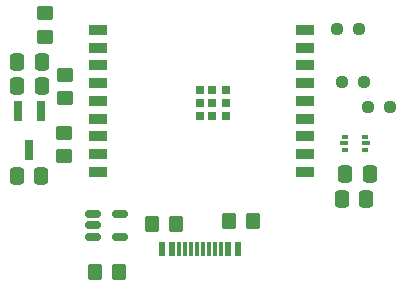
<source format=gbr>
%TF.GenerationSoftware,KiCad,Pcbnew,7.0.2*%
%TF.CreationDate,2023-11-25T23:14:47+00:00*%
%TF.ProjectId,simpleclick,73696d70-6c65-4636-9c69-636b2e6b6963,rev?*%
%TF.SameCoordinates,Original*%
%TF.FileFunction,Paste,Top*%
%TF.FilePolarity,Positive*%
%FSLAX46Y46*%
G04 Gerber Fmt 4.6, Leading zero omitted, Abs format (unit mm)*
G04 Created by KiCad (PCBNEW 7.0.2) date 2023-11-25 23:14:47*
%MOMM*%
%LPD*%
G01*
G04 APERTURE LIST*
G04 Aperture macros list*
%AMRoundRect*
0 Rectangle with rounded corners*
0 $1 Rounding radius*
0 $2 $3 $4 $5 $6 $7 $8 $9 X,Y pos of 4 corners*
0 Add a 4 corners polygon primitive as box body*
4,1,4,$2,$3,$4,$5,$6,$7,$8,$9,$2,$3,0*
0 Add four circle primitives for the rounded corners*
1,1,$1+$1,$2,$3*
1,1,$1+$1,$4,$5*
1,1,$1+$1,$6,$7*
1,1,$1+$1,$8,$9*
0 Add four rect primitives between the rounded corners*
20,1,$1+$1,$2,$3,$4,$5,0*
20,1,$1+$1,$4,$5,$6,$7,0*
20,1,$1+$1,$6,$7,$8,$9,0*
20,1,$1+$1,$8,$9,$2,$3,0*%
G04 Aperture macros list end*
%ADD10RoundRect,0.237500X0.250000X0.237500X-0.250000X0.237500X-0.250000X-0.237500X0.250000X-0.237500X0*%
%ADD11RoundRect,0.250000X-0.337500X-0.475000X0.337500X-0.475000X0.337500X0.475000X-0.337500X0.475000X0*%
%ADD12RoundRect,0.250000X-0.350000X-0.450000X0.350000X-0.450000X0.350000X0.450000X-0.350000X0.450000X0*%
%ADD13RoundRect,0.250000X0.337500X0.475000X-0.337500X0.475000X-0.337500X-0.475000X0.337500X-0.475000X0*%
%ADD14RoundRect,0.250000X0.350000X0.450000X-0.350000X0.450000X-0.350000X-0.450000X0.350000X-0.450000X0*%
%ADD15RoundRect,0.250000X-0.450000X0.350000X-0.450000X-0.350000X0.450000X-0.350000X0.450000X0.350000X0*%
%ADD16R,1.500000X0.900000*%
%ADD17R,0.700000X0.700000*%
%ADD18R,0.600000X1.240000*%
%ADD19R,0.300000X1.240000*%
%ADD20R,0.800000X1.800000*%
%ADD21R,0.500000X0.375000*%
%ADD22R,0.650000X0.300000*%
%ADD23RoundRect,0.250000X0.450000X-0.350000X0.450000X0.350000X-0.450000X0.350000X-0.450000X-0.350000X0*%
%ADD24RoundRect,0.150000X-0.512500X-0.150000X0.512500X-0.150000X0.512500X0.150000X-0.512500X0.150000X0*%
G04 APERTURE END LIST*
D10*
%TO.C,R7*%
X133500000Y-77900000D03*
X131675000Y-77900000D03*
%TD*%
%TO.C,R6*%
X133112500Y-73400000D03*
X131287500Y-73400000D03*
%TD*%
%TO.C,R5*%
X135712500Y-80000000D03*
X133887500Y-80000000D03*
%TD*%
D11*
%TO.C,C2*%
X104162500Y-78200000D03*
X106237500Y-78200000D03*
%TD*%
%TO.C,C4*%
X131662500Y-87800000D03*
X133737500Y-87800000D03*
%TD*%
D12*
%TO.C,R2*%
X110760000Y-93980000D03*
X112760000Y-93980000D03*
%TD*%
D13*
%TO.C,C1*%
X106193500Y-85852000D03*
X104118500Y-85852000D03*
%TD*%
D14*
%TO.C,R3*%
X117600000Y-89900000D03*
X115600000Y-89900000D03*
%TD*%
D15*
%TO.C,R12*%
X108200000Y-77300000D03*
X108200000Y-79300000D03*
%TD*%
D16*
%TO.C,U2*%
X111000000Y-73500000D03*
X111000000Y-75000000D03*
X111000000Y-76500000D03*
X111000000Y-78000000D03*
X111000000Y-79500000D03*
X111000000Y-81000000D03*
X111000000Y-82500000D03*
X111000000Y-84000000D03*
X111000000Y-85500000D03*
X128500000Y-85500000D03*
X128500000Y-84000000D03*
X128500000Y-82500000D03*
X128500000Y-81000000D03*
X128500000Y-79500000D03*
X128500000Y-78000000D03*
X128500000Y-76500000D03*
X128500000Y-75000000D03*
X128500000Y-73500000D03*
D17*
X119610000Y-78600000D03*
X119610000Y-79700000D03*
X119610000Y-80800000D03*
X120660000Y-78600000D03*
X120660000Y-79700000D03*
X120660000Y-80800000D03*
X121810000Y-78600000D03*
X121810000Y-79700000D03*
X121810000Y-80800000D03*
%TD*%
D18*
%TO.C,J1*%
X116434000Y-92033000D03*
X117234000Y-92033000D03*
D19*
X118384000Y-92033000D03*
X119384000Y-92033000D03*
X119884000Y-92033000D03*
X120884000Y-92033000D03*
D18*
X122034000Y-92033000D03*
X122834000Y-92033000D03*
X122834000Y-92033000D03*
X122034000Y-92033000D03*
D19*
X121384000Y-92033000D03*
X120384000Y-92033000D03*
X118884000Y-92033000D03*
X117884000Y-92033000D03*
D18*
X117234000Y-92033000D03*
X116434000Y-92033000D03*
%TD*%
D20*
%TO.C,U3*%
X106150000Y-80350000D03*
X104250000Y-80350000D03*
X105200000Y-83650000D03*
%TD*%
D11*
%TO.C,C3*%
X104162500Y-76200000D03*
X106237500Y-76200000D03*
%TD*%
D21*
%TO.C,U1*%
X131950000Y-82562500D03*
D22*
X131875000Y-83100000D03*
D21*
X131950000Y-83637500D03*
X133650000Y-83637500D03*
D22*
X133725000Y-83100000D03*
D21*
X133650000Y-82562500D03*
%TD*%
D11*
%TO.C,C5*%
X131962500Y-85700000D03*
X134037500Y-85700000D03*
%TD*%
D15*
%TO.C,R1*%
X106500000Y-72100000D03*
X106500000Y-74100000D03*
%TD*%
D12*
%TO.C,R4*%
X122100000Y-89700000D03*
X124100000Y-89700000D03*
%TD*%
D23*
%TO.C,R11*%
X108100000Y-84200000D03*
X108100000Y-82200000D03*
%TD*%
D24*
%TO.C,U4*%
X110562500Y-89093000D03*
X110562500Y-90043000D03*
X110562500Y-90993000D03*
X112837500Y-90993000D03*
X112837500Y-89093000D03*
%TD*%
M02*

</source>
